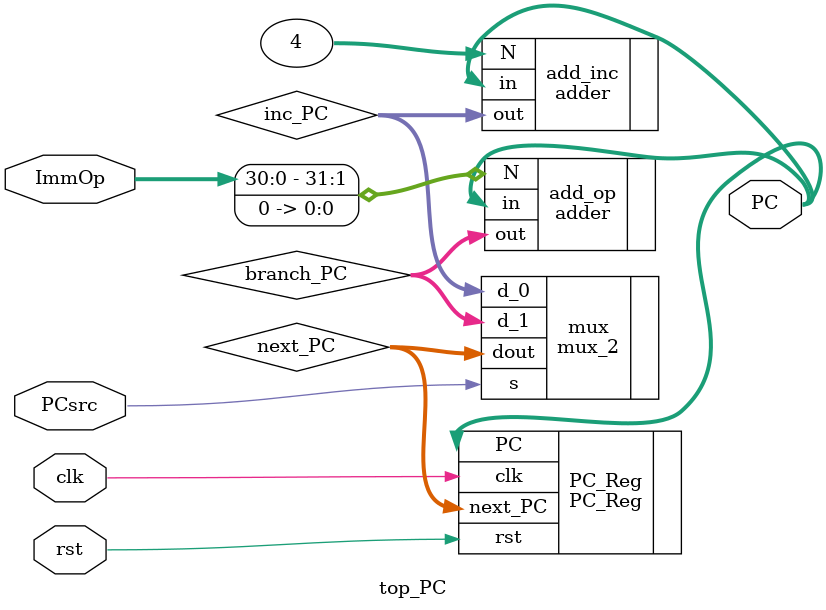
<source format=sv>
module  top_PC #(
    parameter ADDRESS_WIDTH = 32
) (
    input logic clk,
    input logic rst,
    input logic [ADDRESS_WIDTH-1:0] ImmOp,
    input logic PCsrc,
    output logic [ADDRESS_WIDTH-1:0] PC
);

logic [ADDRESS_WIDTH-1:0] inc_PC;
logic [ADDRESS_WIDTH-1:0] next_PC;
logic [ADDRESS_WIDTH-1:0] branch_PC;

adder add_op(
    .in(PC),
    .N(ImmOp << 1), // 1 step in ImmOp corresponds to 2 bytes
    .out(branch_PC)
);

adder add_inc(
    .in(PC),
    .N(32'd4),
    .out(inc_PC)
);

mux_2 mux(
    .d_0(inc_PC),
    .d_1(branch_PC),
    .s(PCsrc),
    .dout(next_PC)
);

PC_Reg PC_Reg(
    .clk(clk),
    .rst(rst),
    .next_PC(next_PC),
    .PC(PC)
);

endmodule

</source>
